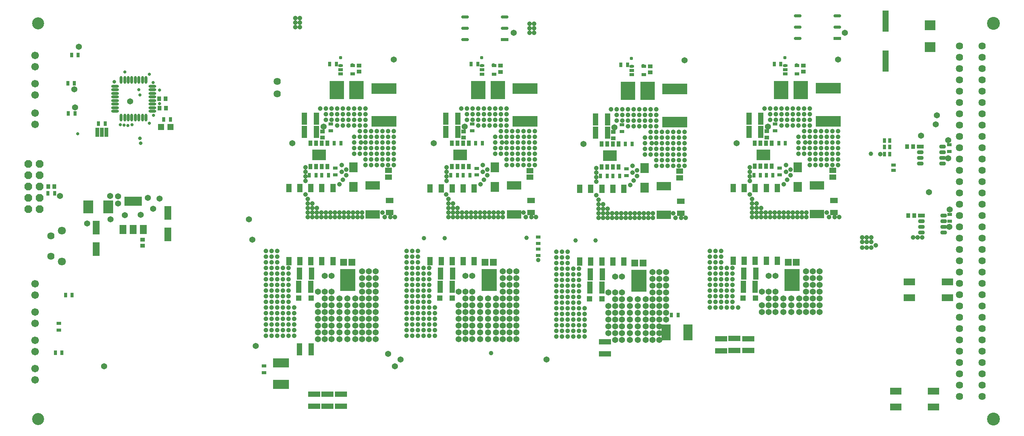
<source format=gbr>
G04 Layer_Color=8388736*
%FSLAX45Y45*%
%MOMM*%
%TF.FileFunction,Soldermask,Top*%
%TF.Part,Single*%
G01*
G75*
%TA.AperFunction,SMDPad,CuDef*%
%ADD89R,2.60160X1.60160*%
%ADD90R,2.70160X1.20160*%
%ADD91R,1.00160X0.80160*%
%ADD92R,0.80160X1.00160*%
%ADD93R,2.10160X3.60160*%
%ADD94R,1.20160X2.70160*%
%ADD95R,2.26060X2.84460*%
%ADD96R,2.36160X2.26160*%
%ADD97R,3.60160X2.10160*%
%ADD98R,1.00160X0.90160*%
%ADD99R,1.10160X0.65160*%
%ADD100O,1.10160X0.65160*%
%ADD101R,5.70160X2.40160*%
%ADD102R,1.50160X1.20160*%
%ADD103R,3.30160X1.90160*%
%ADD104R,1.49160X1.50160*%
%ADD105R,3.46160X4.96160*%
%ADD106R,3.20160X4.10160*%
%ADD107R,1.30160X1.30160*%
%ADD108R,1.27160X1.98160*%
%ADD109R,1.80160X1.20160*%
%ADD110R,1.90160X2.20160*%
%ADD111R,3.09880X2.36220*%
%ADD112R,0.86360X1.24460*%
%ADD113R,0.90160X1.00160*%
%ADD114R,1.40160X4.85160*%
%ADD115R,1.32080X1.32080*%
%ADD116R,0.81280X2.10820*%
%ADD117O,1.50160X0.90160*%
%ADD118R,1.50160X0.90160*%
%ADD119R,1.52400X3.12420*%
%ADD120R,1.60160X2.10160*%
%ADD121R,3.90160X2.10160*%
%ADD122O,1.75160X0.75160*%
%ADD123R,1.75160X0.75160*%
%ADD124O,0.65160X1.75160*%
%ADD125O,1.75160X0.65160*%
%TA.AperFunction,ComponentPad*%
%ADD126C,1.80160*%
%ADD127C,1.62560*%
%ADD128C,1.70160*%
G04:AMPARAMS|DCode=129|XSize=1.6764mm|YSize=1.6764mm|CornerRadius=0mm|HoleSize=0mm|Usage=FLASHONLY|Rotation=90.000|XOffset=0mm|YOffset=0mm|HoleType=Round|Shape=Octagon|*
%AMOCTAGOND129*
4,1,8,0.41910,0.83820,-0.41910,0.83820,-0.83820,0.41910,-0.83820,-0.41910,-0.41910,-0.83820,0.41910,-0.83820,0.83820,-0.41910,0.83820,0.41910,0.41910,0.83820,0.0*
%
%ADD129OCTAGOND129*%

%ADD130C,2.90160*%
%TA.AperFunction,ViaPad*%
%ADD131C,1.62560*%
%ADD132C,2.70160*%
%ADD133C,1.00160*%
%ADD134C,1.05160*%
%ADD135C,1.37160*%
%ADD136C,0.86360*%
%ADD137C,0.77360*%
%ADD138C,0.73660*%
%ADD139C,0.80160*%
D89*
X21811000Y1832000D02*
D03*
X22661000Y2182000D02*
D03*
Y1832000D02*
D03*
X21811000Y2182000D02*
D03*
X22121001Y4286000D02*
D03*
X22971001Y4636000D02*
D03*
Y4286000D02*
D03*
X22121001Y4636000D02*
D03*
D90*
X18502000Y3365000D02*
D03*
Y3095000D02*
D03*
X18191000Y3366000D02*
D03*
Y3096000D02*
D03*
X17889999Y3364000D02*
D03*
Y3094000D02*
D03*
X15287000Y3290000D02*
D03*
Y3020000D02*
D03*
X9357000Y2116000D02*
D03*
Y1846000D02*
D03*
X9057000Y2115000D02*
D03*
Y1845000D02*
D03*
X8760000Y2118000D02*
D03*
Y1848000D02*
D03*
D91*
X13789000Y5501000D02*
D03*
Y5651000D02*
D03*
X13790999Y5230000D02*
D03*
Y5380000D02*
D03*
X3022600Y3707200D02*
D03*
Y3557200D02*
D03*
X7636000Y2598000D02*
D03*
Y2748000D02*
D03*
X9234201Y7043401D02*
D03*
Y7193401D02*
D03*
X9131300Y8035220D02*
D03*
Y8185220D02*
D03*
X23026401Y6002001D02*
D03*
Y6152001D02*
D03*
X23012399Y7720400D02*
D03*
Y7570400D02*
D03*
X12303299Y8033220D02*
D03*
Y8183220D02*
D03*
X12406201Y7041401D02*
D03*
Y7191401D02*
D03*
X15663300Y8020220D02*
D03*
Y8170220D02*
D03*
X15766200Y7028401D02*
D03*
Y7178401D02*
D03*
X19107298Y8037220D02*
D03*
Y8187220D02*
D03*
X19210201Y7045401D02*
D03*
Y7195401D02*
D03*
X21763000Y7263000D02*
D03*
Y7143000D02*
D03*
D92*
X16928000Y3891000D02*
D03*
X16778000D02*
D03*
X3239700Y8427720D02*
D03*
X3389700D02*
D03*
X3227000Y9098280D02*
D03*
X3377000D02*
D03*
X3176200Y4343400D02*
D03*
X3326200D02*
D03*
X2947600Y3048000D02*
D03*
X3097600D02*
D03*
X2781001Y6632000D02*
D03*
X2930998D02*
D03*
X8801202Y7033946D02*
D03*
X8651199D02*
D03*
X9108401Y9531401D02*
D03*
X9258401D02*
D03*
X9360001Y7753401D02*
D03*
X9210001D02*
D03*
X9080602Y7033946D02*
D03*
X8930599D02*
D03*
X4064001Y8198000D02*
D03*
X3913999D02*
D03*
X3311997Y9734393D02*
D03*
X3462000D02*
D03*
X5530000Y8285000D02*
D03*
X5380000D02*
D03*
X12252601Y7031946D02*
D03*
X12102599D02*
D03*
X12532001Y7751401D02*
D03*
X12382001D02*
D03*
X12280400Y9529401D02*
D03*
X12430400D02*
D03*
X11973201Y7031946D02*
D03*
X11823199D02*
D03*
X15612601Y7018946D02*
D03*
X15462599D02*
D03*
X15892001Y7738401D02*
D03*
X15742001D02*
D03*
X15640401Y9516401D02*
D03*
X15790401D02*
D03*
X15333202Y7018946D02*
D03*
X15183199D02*
D03*
X19056601Y7035946D02*
D03*
X18906599D02*
D03*
X19336002Y7755401D02*
D03*
X19186002D02*
D03*
X19084399Y9533401D02*
D03*
X19234399D02*
D03*
X18777200Y7035946D02*
D03*
X18627199D02*
D03*
X21677000Y7668000D02*
D03*
X21557001D02*
D03*
X21682001Y7507000D02*
D03*
X21562000D02*
D03*
X21677000Y7814000D02*
D03*
X21557001D02*
D03*
D93*
X16657001Y3507000D02*
D03*
X17147000D02*
D03*
D94*
X8810400Y8305800D02*
D03*
X8540400D02*
D03*
X8694000Y3128000D02*
D03*
X8424000D02*
D03*
X8683401Y4527601D02*
D03*
X8413399D02*
D03*
X8694800Y4826000D02*
D03*
X8424798D02*
D03*
X8540399Y8007401D02*
D03*
X8810401D02*
D03*
X11712399Y8005401D02*
D03*
X11982401D02*
D03*
X11866800Y4824000D02*
D03*
X11596798D02*
D03*
X11855401Y4525601D02*
D03*
X11585399D02*
D03*
X11982400Y8303800D02*
D03*
X11712400D02*
D03*
X15072398Y7992401D02*
D03*
X15342401D02*
D03*
X15226801Y4811000D02*
D03*
X14956798D02*
D03*
X15215401Y4512601D02*
D03*
X14945399D02*
D03*
X15342400Y8290800D02*
D03*
X15072400D02*
D03*
X18516399Y8009401D02*
D03*
X18786401D02*
D03*
X18670799Y4828000D02*
D03*
X18400798D02*
D03*
X18659401Y4529601D02*
D03*
X18389400D02*
D03*
X18786400Y8307800D02*
D03*
X18516400D02*
D03*
D95*
X3690600Y6324600D02*
D03*
X4132600D02*
D03*
D96*
X22581000Y10405000D02*
D03*
Y9915000D02*
D03*
D97*
X8012000Y2333000D02*
D03*
Y2823000D02*
D03*
D98*
X9767601Y9359801D02*
D03*
Y9499801D02*
D03*
X8940800Y7880200D02*
D03*
Y8020200D02*
D03*
X4909000Y5449000D02*
D03*
Y5589000D02*
D03*
X12112799Y7878200D02*
D03*
Y8018200D02*
D03*
X12939601Y9357801D02*
D03*
Y9497801D02*
D03*
X15472800Y7865200D02*
D03*
Y8005200D02*
D03*
X16299602Y9344801D02*
D03*
Y9484801D02*
D03*
X18916798Y7882200D02*
D03*
Y8022200D02*
D03*
X19743600Y9361801D02*
D03*
Y9501801D02*
D03*
D99*
X9623201Y9309400D02*
D03*
Y9499402D02*
D03*
X9353199Y9309400D02*
D03*
Y9404401D02*
D03*
X12795201Y9307400D02*
D03*
Y9497402D02*
D03*
X12525199Y9307400D02*
D03*
Y9402401D02*
D03*
X16155202Y9294399D02*
D03*
Y9484402D02*
D03*
X15885199Y9294399D02*
D03*
Y9389401D02*
D03*
X19599200Y9311400D02*
D03*
Y9501402D02*
D03*
X19329199Y9311400D02*
D03*
Y9406401D02*
D03*
D100*
X9353199Y9499402D02*
D03*
X12525199Y9497402D02*
D03*
X15885199Y9484402D02*
D03*
X19329199Y9501402D02*
D03*
D101*
X10321802Y8987001D02*
D03*
Y8247001D02*
D03*
X13493800Y8985001D02*
D03*
Y8245001D02*
D03*
X16853801Y8972001D02*
D03*
Y8232001D02*
D03*
X20297801Y8989001D02*
D03*
Y8249001D02*
D03*
D102*
X10428000Y7142602D02*
D03*
Y6992600D02*
D03*
X13600000Y7140602D02*
D03*
Y6990600D02*
D03*
X16960001Y7127602D02*
D03*
Y6977599D02*
D03*
X20403999Y7144602D02*
D03*
Y6994600D02*
D03*
D103*
X10072400Y6158403D02*
D03*
Y6808399D02*
D03*
X13244400Y6156403D02*
D03*
Y6806399D02*
D03*
X16604401Y6143402D02*
D03*
Y6793399D02*
D03*
X20048399Y6160403D02*
D03*
Y6810399D02*
D03*
D104*
X9421602Y5078202D02*
D03*
X9605599D02*
D03*
X12593601Y5076202D02*
D03*
X12777599D02*
D03*
X15953603Y5063201D02*
D03*
X16137599D02*
D03*
X19397601Y5080202D02*
D03*
X19581599D02*
D03*
D105*
X9513600Y4680001D02*
D03*
X12685600Y4678001D02*
D03*
X16045599Y4665001D02*
D03*
X19489600Y4682001D02*
D03*
D106*
X9268201Y8947201D02*
D03*
X9708200D02*
D03*
X12440201Y8945201D02*
D03*
X12880200D02*
D03*
X15800201Y8932201D02*
D03*
X16240199D02*
D03*
X19244202Y8949201D02*
D03*
X19684200D02*
D03*
D107*
X8408401Y4273601D02*
D03*
X8688400D02*
D03*
X11580401Y4271601D02*
D03*
X11860400D02*
D03*
X14940401Y4258601D02*
D03*
X15220399D02*
D03*
X18384399Y4275601D02*
D03*
X18664400D02*
D03*
D108*
X9179403Y5107803D02*
D03*
X8931402D02*
D03*
X8683401D02*
D03*
X8435401D02*
D03*
X8187400D02*
D03*
X9179403Y6743802D02*
D03*
X8931402D02*
D03*
X8683401D02*
D03*
X8435401D02*
D03*
X8187400D02*
D03*
X12351402Y5105803D02*
D03*
X12103402D02*
D03*
X11855401D02*
D03*
X11607401D02*
D03*
X11359400D02*
D03*
X12351402Y6741802D02*
D03*
X12103402D02*
D03*
X11855401D02*
D03*
X11607401D02*
D03*
X11359400D02*
D03*
X15711401Y5092803D02*
D03*
X15463402D02*
D03*
X15215401D02*
D03*
X14967401D02*
D03*
X14719400D02*
D03*
X15711401Y6728801D02*
D03*
X15463402D02*
D03*
X15215401D02*
D03*
X14967401D02*
D03*
X14719400D02*
D03*
X19155402Y5109803D02*
D03*
X18907402D02*
D03*
X18659401D02*
D03*
X18411401D02*
D03*
X18163400D02*
D03*
X19155402Y6745802D02*
D03*
X18907402D02*
D03*
X18659401D02*
D03*
X18411401D02*
D03*
X18163400D02*
D03*
D109*
X10453400Y6466002D02*
D03*
Y6196000D02*
D03*
X13625400Y6464002D02*
D03*
Y6194000D02*
D03*
X16985400Y6451002D02*
D03*
Y6181000D02*
D03*
X20429401Y6468002D02*
D03*
Y6198000D02*
D03*
D110*
X9640600Y6771401D02*
D03*
Y7211400D02*
D03*
X12812601Y6769401D02*
D03*
Y7209400D02*
D03*
X16172600Y6756401D02*
D03*
Y7196400D02*
D03*
X19616600Y6773401D02*
D03*
Y7213400D02*
D03*
D111*
X8865900Y7493051D02*
D03*
X12037900Y7491051D02*
D03*
X15397900Y7478051D02*
D03*
X18841901Y7495051D02*
D03*
D112*
X8675400Y7232701D02*
D03*
X8802400D02*
D03*
X8929400D02*
D03*
X9056400D02*
D03*
X8675400Y7753401D02*
D03*
X8802400D02*
D03*
X8929400D02*
D03*
X9056400D02*
D03*
X11847400Y7230701D02*
D03*
X11974400D02*
D03*
X12101400D02*
D03*
X12228400D02*
D03*
X11847400Y7751401D02*
D03*
X11974400D02*
D03*
X12101400D02*
D03*
X12228400D02*
D03*
X15207401Y7217701D02*
D03*
X15334399D02*
D03*
X15461400D02*
D03*
X15588400D02*
D03*
X15207401Y7738401D02*
D03*
X15334399D02*
D03*
X15461400D02*
D03*
X15588400D02*
D03*
X18651401Y7234701D02*
D03*
X18778400D02*
D03*
X18905400D02*
D03*
X19032401D02*
D03*
X18651401Y7755401D02*
D03*
X18778400D02*
D03*
X18905400D02*
D03*
X19032401D02*
D03*
D113*
X2926000Y6785002D02*
D03*
X2786000D02*
D03*
X5280003Y8752000D02*
D03*
X5420002D02*
D03*
X5427000Y8545000D02*
D03*
X5287000D02*
D03*
X22065448Y7674916D02*
D03*
X22205447D02*
D03*
X22092801Y6127801D02*
D03*
X22232800D02*
D03*
D114*
X21582001Y9604500D02*
D03*
Y10499500D02*
D03*
D115*
X5321318Y8123005D02*
D03*
X5532996D02*
D03*
D116*
X3887400Y8000000D02*
D03*
X3989000D02*
D03*
X4089000D02*
D03*
D117*
X22891399Y5746801D02*
D03*
Y5873801D02*
D03*
Y6000801D02*
D03*
Y6127801D02*
D03*
X22391400Y5746801D02*
D03*
Y5873801D02*
D03*
Y6000801D02*
D03*
X22864047Y7293916D02*
D03*
Y7420916D02*
D03*
Y7547916D02*
D03*
Y7674916D02*
D03*
X22364047Y7293916D02*
D03*
Y7420916D02*
D03*
Y7547916D02*
D03*
D118*
X22391400Y6127801D02*
D03*
X22364047Y7674916D02*
D03*
D119*
X3860800Y5373400D02*
D03*
Y5854700D02*
D03*
X5472000Y5704000D02*
D03*
Y6185300D02*
D03*
D120*
X4462000Y5820000D02*
D03*
X4692000D02*
D03*
X4922000D02*
D03*
D121*
X4692000Y6450000D02*
D03*
D122*
X12147820Y10589260D02*
D03*
Y10335260D02*
D03*
Y10081260D02*
D03*
X13037820Y10589260D02*
D03*
Y10335260D02*
D03*
X19615421Y10619740D02*
D03*
Y10365740D02*
D03*
Y10111740D02*
D03*
X20505420Y10619740D02*
D03*
Y10365740D02*
D03*
D123*
X13037820Y10081260D02*
D03*
X20505420Y10111740D02*
D03*
D124*
X4424000Y9174000D02*
D03*
X4504000D02*
D03*
X4584000D02*
D03*
X4664000D02*
D03*
X4744000D02*
D03*
X4824000D02*
D03*
X4904000D02*
D03*
X4984000D02*
D03*
Y8334000D02*
D03*
X4904000D02*
D03*
X4824000D02*
D03*
X4744000D02*
D03*
X4664000D02*
D03*
X4584000D02*
D03*
X4504000D02*
D03*
X4424000D02*
D03*
D125*
X5124000Y9034000D02*
D03*
Y8954000D02*
D03*
Y8874000D02*
D03*
Y8794000D02*
D03*
Y8714000D02*
D03*
Y8634000D02*
D03*
Y8554000D02*
D03*
Y8474000D02*
D03*
X4284000D02*
D03*
Y8554000D02*
D03*
Y8634000D02*
D03*
Y8714000D02*
D03*
Y8794000D02*
D03*
Y8874000D02*
D03*
Y8954000D02*
D03*
Y9034000D02*
D03*
D126*
X3096300Y5794100D02*
D03*
Y5093100D02*
D03*
D127*
X2847300Y5218600D02*
D03*
Y5668600D02*
D03*
X23749001Y9937000D02*
D03*
Y9683000D02*
D03*
Y9429000D02*
D03*
Y9175000D02*
D03*
Y8921000D02*
D03*
Y8667000D02*
D03*
Y8413000D02*
D03*
Y8159000D02*
D03*
Y7905000D02*
D03*
Y7651000D02*
D03*
Y7397000D02*
D03*
Y7143000D02*
D03*
Y6889000D02*
D03*
Y6635000D02*
D03*
Y6381000D02*
D03*
Y6127000D02*
D03*
Y5873000D02*
D03*
Y5619000D02*
D03*
Y5365000D02*
D03*
Y5111000D02*
D03*
Y4857000D02*
D03*
Y4603000D02*
D03*
Y4349000D02*
D03*
Y4095000D02*
D03*
Y3841000D02*
D03*
Y3587000D02*
D03*
Y3333000D02*
D03*
Y3079000D02*
D03*
Y2825000D02*
D03*
Y2571000D02*
D03*
Y2317000D02*
D03*
Y2063000D02*
D03*
X23241000Y9937000D02*
D03*
Y9683000D02*
D03*
Y9429000D02*
D03*
Y9175000D02*
D03*
Y8921000D02*
D03*
Y8667000D02*
D03*
Y8413000D02*
D03*
Y8159000D02*
D03*
Y7905000D02*
D03*
Y7651000D02*
D03*
Y7397000D02*
D03*
Y7143000D02*
D03*
Y6889000D02*
D03*
Y6635000D02*
D03*
Y6381000D02*
D03*
Y6127000D02*
D03*
Y5873000D02*
D03*
Y5619000D02*
D03*
Y5365000D02*
D03*
Y5111000D02*
D03*
Y4857000D02*
D03*
Y4603000D02*
D03*
Y4349000D02*
D03*
Y4095000D02*
D03*
Y3841000D02*
D03*
Y3587000D02*
D03*
Y3333000D02*
D03*
Y3079000D02*
D03*
Y2825000D02*
D03*
Y2571000D02*
D03*
Y2317000D02*
D03*
Y2063000D02*
D03*
D128*
X2492400Y9474200D02*
D03*
Y9728200D02*
D03*
Y8432800D02*
D03*
Y8178800D02*
D03*
Y9093200D02*
D03*
Y8839200D02*
D03*
Y4597400D02*
D03*
Y4343400D02*
D03*
Y3962400D02*
D03*
Y3708400D02*
D03*
Y3327400D02*
D03*
Y3073400D02*
D03*
Y2692400D02*
D03*
Y2438400D02*
D03*
D129*
X2336801Y7289800D02*
D03*
X2590801D02*
D03*
Y7035800D02*
D03*
X2336801D02*
D03*
Y6781800D02*
D03*
X2590801D02*
D03*
X2336801Y6527800D02*
D03*
X2590801D02*
D03*
X2336801Y6273800D02*
D03*
X2590801D02*
D03*
D130*
X24003000Y10445000D02*
D03*
Y1555000D02*
D03*
D131*
X7924800Y8864600D02*
D03*
Y9144000D02*
D03*
D132*
X2557000Y10444400D02*
D03*
Y1554900D02*
D03*
D133*
X11222000Y5624000D02*
D03*
X11684000Y5620000D02*
D03*
X13789999Y5134000D02*
D03*
X14622000Y5573000D02*
D03*
X15077000Y5569000D02*
D03*
X12728000Y3037000D02*
D03*
X13528000Y5626000D02*
D03*
X21255000Y7515000D02*
D03*
D134*
X8331200Y10566400D02*
D03*
Y10464800D02*
D03*
Y10363200D02*
D03*
X8432800D02*
D03*
Y10464800D02*
D03*
Y10566400D02*
D03*
X13690601Y10236200D02*
D03*
Y10337800D02*
D03*
Y10439400D02*
D03*
X13589000Y10337800D02*
D03*
Y10439400D02*
D03*
Y10236200D02*
D03*
X22199600Y5638800D02*
D03*
X22301199D02*
D03*
X22402800D02*
D03*
X21361400Y5461000D02*
D03*
X21259801Y5638800D02*
D03*
Y5537200D02*
D03*
Y5410200D02*
D03*
X21158200D02*
D03*
Y5537200D02*
D03*
Y5638800D02*
D03*
X21056599Y5410200D02*
D03*
Y5537200D02*
D03*
Y5638800D02*
D03*
X9321800Y6832600D02*
D03*
X9398000Y6934200D02*
D03*
X9474200Y7035800D02*
D03*
Y7162800D02*
D03*
X9372600Y7264400D02*
D03*
Y7112000D02*
D03*
X8051800Y3429000D02*
D03*
Y3556000D02*
D03*
Y3683000D02*
D03*
Y3810000D02*
D03*
Y3937000D02*
D03*
Y4064000D02*
D03*
X8178800D02*
D03*
Y3937000D02*
D03*
Y3810000D02*
D03*
Y3683000D02*
D03*
Y3556000D02*
D03*
Y3429000D02*
D03*
X8305800Y4064000D02*
D03*
Y3937000D02*
D03*
Y3810000D02*
D03*
Y3683000D02*
D03*
Y3556000D02*
D03*
Y3429000D02*
D03*
X8178800Y4191000D02*
D03*
Y4318000D02*
D03*
Y4445000D02*
D03*
Y4572000D02*
D03*
Y4699000D02*
D03*
Y4826000D02*
D03*
Y4953000D02*
D03*
X8051800Y4191000D02*
D03*
Y4318000D02*
D03*
Y4445000D02*
D03*
Y4572000D02*
D03*
Y4699000D02*
D03*
Y4826000D02*
D03*
Y4953000D02*
D03*
X7924800Y3429000D02*
D03*
Y3556000D02*
D03*
Y3683000D02*
D03*
Y3810000D02*
D03*
Y3937000D02*
D03*
Y4064000D02*
D03*
Y4191000D02*
D03*
X7797800Y3429000D02*
D03*
Y3556000D02*
D03*
Y3683000D02*
D03*
Y3810000D02*
D03*
Y3937000D02*
D03*
Y4064000D02*
D03*
Y4191000D02*
D03*
X7670800D02*
D03*
Y4064000D02*
D03*
Y3937000D02*
D03*
Y3810000D02*
D03*
Y3683000D02*
D03*
Y3556000D02*
D03*
Y3429000D02*
D03*
X7924800Y5334000D02*
D03*
Y5207000D02*
D03*
Y5080000D02*
D03*
Y4953000D02*
D03*
Y4826000D02*
D03*
Y4699000D02*
D03*
Y4572000D02*
D03*
Y4445000D02*
D03*
Y4318000D02*
D03*
X7797800Y5334000D02*
D03*
Y5207000D02*
D03*
Y5080000D02*
D03*
Y4953000D02*
D03*
Y4826000D02*
D03*
Y4699000D02*
D03*
Y4572000D02*
D03*
Y4445000D02*
D03*
Y4318000D02*
D03*
X7670800D02*
D03*
Y4445000D02*
D03*
Y4572000D02*
D03*
Y4699000D02*
D03*
Y4826000D02*
D03*
Y4953000D02*
D03*
Y5080000D02*
D03*
Y5207000D02*
D03*
Y5334000D02*
D03*
X9525000Y8534400D02*
D03*
Y8280400D02*
D03*
Y8153400D02*
D03*
Y8407400D02*
D03*
X10541000Y7264400D02*
D03*
X10414000D02*
D03*
X10287000D02*
D03*
X10160000D02*
D03*
X10033000D02*
D03*
X9906000D02*
D03*
Y7391400D02*
D03*
X10033000D02*
D03*
X10160000D02*
D03*
X10287000D02*
D03*
X10414000D02*
D03*
X10541000D02*
D03*
X9398000Y8534400D02*
D03*
X9906000Y7645400D02*
D03*
X10033000D02*
D03*
X10160000D02*
D03*
X10287000D02*
D03*
X10414000D02*
D03*
X10541000D02*
D03*
Y7518400D02*
D03*
X10414000D02*
D03*
X10287000D02*
D03*
X10160000D02*
D03*
X10033000D02*
D03*
X9906000D02*
D03*
X9779000D02*
D03*
Y7645400D02*
D03*
X9804400Y7772400D02*
D03*
X9906000D02*
D03*
X10033000D02*
D03*
X10160000D02*
D03*
X10287000D02*
D03*
X10414000D02*
D03*
X10541000D02*
D03*
X10414000Y7899400D02*
D03*
X10289540Y7896860D02*
D03*
X10160000Y7899400D02*
D03*
X10033000D02*
D03*
X9906000D02*
D03*
X9779000D02*
D03*
X9652000Y7518400D02*
D03*
Y7645400D02*
D03*
Y7772400D02*
D03*
Y7899400D02*
D03*
X10541000D02*
D03*
Y8026400D02*
D03*
X10414000D02*
D03*
X10287000D02*
D03*
X10160000D02*
D03*
X10033000D02*
D03*
X9906000D02*
D03*
X9779000D02*
D03*
X9906000Y8153400D02*
D03*
X9779000D02*
D03*
X9652000D02*
D03*
X9906000Y8280400D02*
D03*
X9779000D02*
D03*
X9652000D02*
D03*
Y8407400D02*
D03*
X9779000D02*
D03*
X9906000D02*
D03*
X9652000Y8534400D02*
D03*
X9779000D02*
D03*
X9906000D02*
D03*
X10464800Y6096000D02*
D03*
X10287000Y6197600D02*
D03*
X8559800Y7213600D02*
D03*
Y7112000D02*
D03*
Y7010400D02*
D03*
Y6908800D02*
D03*
Y6604000D02*
D03*
X8610600Y6502400D02*
D03*
Y6400800D02*
D03*
Y6299200D02*
D03*
X8712200D02*
D03*
Y6400800D02*
D03*
X8813800Y6299200D02*
D03*
X8610600Y6197600D02*
D03*
Y6096000D02*
D03*
X8712200D02*
D03*
Y6197600D02*
D03*
X8813800D02*
D03*
Y6096000D02*
D03*
X8915400Y6197600D02*
D03*
Y6096000D02*
D03*
X9017000D02*
D03*
Y6197600D02*
D03*
X9118600D02*
D03*
Y6096000D02*
D03*
X9220200D02*
D03*
Y6197600D02*
D03*
X9321800D02*
D03*
Y6096000D02*
D03*
X9423400D02*
D03*
Y6197600D02*
D03*
X9525000D02*
D03*
Y6096000D02*
D03*
X9626600Y6197600D02*
D03*
Y6096000D02*
D03*
X9728200D02*
D03*
Y6197600D02*
D03*
X9829800D02*
D03*
Y6096000D02*
D03*
X10337800D02*
D03*
X10566400D02*
D03*
X9271000Y8534400D02*
D03*
X9144000D02*
D03*
X9017000D02*
D03*
X8890000D02*
D03*
X9398000Y8407400D02*
D03*
X9271000D02*
D03*
X9144000D02*
D03*
X9017000D02*
D03*
X9398000Y8280400D02*
D03*
Y8153400D02*
D03*
X9271000Y8280400D02*
D03*
X9144000D02*
D03*
X9017000D02*
D03*
X9271000Y8153400D02*
D03*
X21467999Y7512000D02*
D03*
X12443000Y8151400D02*
D03*
X12189000Y8278400D02*
D03*
X12316000D02*
D03*
X12443000D02*
D03*
X12570000Y8151400D02*
D03*
Y8278400D02*
D03*
X12189000Y8405400D02*
D03*
X12316000D02*
D03*
X12443000D02*
D03*
X12570000D02*
D03*
X12062000Y8532400D02*
D03*
X12189000D02*
D03*
X12316000D02*
D03*
X12443000D02*
D03*
X13738400Y6094000D02*
D03*
X13509801D02*
D03*
X11731800Y6906800D02*
D03*
Y7008400D02*
D03*
Y7110000D02*
D03*
Y7211600D02*
D03*
X13459000Y6195600D02*
D03*
X13636800Y6094000D02*
D03*
X13078000Y8532400D02*
D03*
X12950999D02*
D03*
X12824001D02*
D03*
X13078000Y8405400D02*
D03*
X12950999D02*
D03*
X12824001D02*
D03*
Y8278400D02*
D03*
X12950999D02*
D03*
X13078000D02*
D03*
X12824001Y8151400D02*
D03*
X12950999D02*
D03*
X13078000D02*
D03*
X12950999Y8024400D02*
D03*
X13078000D02*
D03*
X13205000D02*
D03*
X13332001D02*
D03*
X13459000D02*
D03*
X13586000D02*
D03*
X13713000D02*
D03*
Y7897400D02*
D03*
X12824001D02*
D03*
Y7770400D02*
D03*
Y7643400D02*
D03*
Y7516400D02*
D03*
X12950999Y7897400D02*
D03*
X13078000D02*
D03*
X13205000D02*
D03*
X13332001D02*
D03*
X13461540Y7894860D02*
D03*
X13586000Y7897400D02*
D03*
X13713000Y7770400D02*
D03*
X13586000D02*
D03*
X13459000D02*
D03*
X13332001D02*
D03*
X13205000D02*
D03*
X13078000D02*
D03*
X12976401D02*
D03*
X12950999Y7643400D02*
D03*
Y7516400D02*
D03*
X13078000D02*
D03*
X13205000D02*
D03*
X13332001D02*
D03*
X13459000D02*
D03*
X13586000D02*
D03*
X13713000D02*
D03*
Y7643400D02*
D03*
X13586000D02*
D03*
X13459000D02*
D03*
X13332001D02*
D03*
X13205000D02*
D03*
X13078000D02*
D03*
X12570000Y8532400D02*
D03*
X13713000Y7389400D02*
D03*
X13586000D02*
D03*
X13459000D02*
D03*
X13332001D02*
D03*
X13205000D02*
D03*
X13078000D02*
D03*
Y7262400D02*
D03*
X13205000D02*
D03*
X13332001D02*
D03*
X13459000D02*
D03*
X13586000D02*
D03*
X13713000D02*
D03*
X12697000Y8405400D02*
D03*
Y8151400D02*
D03*
Y8278400D02*
D03*
Y8532400D02*
D03*
X12544600Y7110000D02*
D03*
Y7262400D02*
D03*
X12646200Y7160800D02*
D03*
Y7033800D02*
D03*
X12570000Y6932200D02*
D03*
X12493800Y6830600D02*
D03*
X15803000Y8138400D02*
D03*
X15549001Y8265400D02*
D03*
X15675999D02*
D03*
X15803000D02*
D03*
X15930000Y8138400D02*
D03*
Y8265400D02*
D03*
X15549001Y8392400D02*
D03*
X15675999D02*
D03*
X15803000D02*
D03*
X15930000D02*
D03*
X15422000Y8519400D02*
D03*
X15549001D02*
D03*
X15675999D02*
D03*
X15803000D02*
D03*
X17098399Y6081000D02*
D03*
X16869800D02*
D03*
X16361800D02*
D03*
Y6182600D02*
D03*
X16260201D02*
D03*
Y6081000D02*
D03*
X16158600D02*
D03*
Y6182600D02*
D03*
X16057001Y6081000D02*
D03*
Y6182600D02*
D03*
X15955400D02*
D03*
Y6081000D02*
D03*
X15853799D02*
D03*
Y6182600D02*
D03*
X15752200D02*
D03*
Y6081000D02*
D03*
X15650600D02*
D03*
Y6182600D02*
D03*
X15549001D02*
D03*
Y6081000D02*
D03*
X15447400D02*
D03*
Y6182600D02*
D03*
X15345799Y6081000D02*
D03*
Y6182600D02*
D03*
X15244200D02*
D03*
Y6081000D02*
D03*
X15142599D02*
D03*
Y6182600D02*
D03*
X15345799Y6284200D02*
D03*
X15244200Y6385800D02*
D03*
Y6284200D02*
D03*
X15142599D02*
D03*
Y6385800D02*
D03*
Y6487400D02*
D03*
X15091800Y6589000D02*
D03*
Y6893800D02*
D03*
Y6995400D02*
D03*
Y7097000D02*
D03*
Y7198600D02*
D03*
X16819000Y6182600D02*
D03*
X16996800Y6081000D02*
D03*
X16438000Y8519400D02*
D03*
X16311000D02*
D03*
X16184000D02*
D03*
X16438000Y8392400D02*
D03*
X16311000D02*
D03*
X16184000D02*
D03*
Y8265400D02*
D03*
X16311000D02*
D03*
X16438000D02*
D03*
X16184000Y8138400D02*
D03*
X16311000D02*
D03*
X16438000D02*
D03*
X16311000Y8011400D02*
D03*
X16438000D02*
D03*
X16564999D02*
D03*
X16692000D02*
D03*
X16819000D02*
D03*
X16946001D02*
D03*
X17073000D02*
D03*
Y7884400D02*
D03*
X16184000D02*
D03*
Y7757400D02*
D03*
Y7630400D02*
D03*
Y7503400D02*
D03*
X16311000Y7884400D02*
D03*
X16438000D02*
D03*
X16564999D02*
D03*
X16692000D02*
D03*
X16821539Y7881860D02*
D03*
X16946001Y7884400D02*
D03*
X17073000Y7757400D02*
D03*
X16946001D02*
D03*
X16819000D02*
D03*
X16692000D02*
D03*
X16564999D02*
D03*
X16438000D02*
D03*
X16336400D02*
D03*
X16311000Y7630400D02*
D03*
Y7503400D02*
D03*
X16438000D02*
D03*
X16564999D02*
D03*
X16692000D02*
D03*
X16819000D02*
D03*
X16946001D02*
D03*
X17073000D02*
D03*
Y7630400D02*
D03*
X16946001D02*
D03*
X16819000D02*
D03*
X16692000D02*
D03*
X16564999D02*
D03*
X16438000D02*
D03*
X15930000Y8519400D02*
D03*
X17073000Y7376400D02*
D03*
X16946001D02*
D03*
X16819000D02*
D03*
X16692000D02*
D03*
X16564999D02*
D03*
X16438000D02*
D03*
Y7249400D02*
D03*
X16564999D02*
D03*
X16692000D02*
D03*
X16819000D02*
D03*
X16946001D02*
D03*
X17073000D02*
D03*
X16057001Y8392400D02*
D03*
Y8138400D02*
D03*
Y8265400D02*
D03*
Y8519400D02*
D03*
X15904601Y7097000D02*
D03*
Y7249400D02*
D03*
X16006200Y7147800D02*
D03*
Y7020800D02*
D03*
X15930000Y6919200D02*
D03*
X15853799Y6817600D02*
D03*
X19247000Y8155400D02*
D03*
X18992999Y8282400D02*
D03*
X19120000D02*
D03*
X19247000D02*
D03*
X19374001Y8155400D02*
D03*
Y8282400D02*
D03*
X18992999Y8409400D02*
D03*
X19120000D02*
D03*
X19247000D02*
D03*
X19374001D02*
D03*
X18866000Y8536400D02*
D03*
X18992999D02*
D03*
X19120000D02*
D03*
X19247000D02*
D03*
X20542400Y6098000D02*
D03*
X20313800D02*
D03*
X19805800D02*
D03*
Y6199600D02*
D03*
X19704201D02*
D03*
Y6098000D02*
D03*
X19602600D02*
D03*
Y6199600D02*
D03*
X19500999Y6098000D02*
D03*
Y6199600D02*
D03*
X19399400D02*
D03*
Y6098000D02*
D03*
X19297800D02*
D03*
Y6199600D02*
D03*
X19196201D02*
D03*
Y6098000D02*
D03*
X19094600D02*
D03*
Y6199600D02*
D03*
X18992999D02*
D03*
Y6098000D02*
D03*
X18891400D02*
D03*
Y6199600D02*
D03*
X18789799Y6098000D02*
D03*
Y6199600D02*
D03*
X18688200D02*
D03*
Y6098000D02*
D03*
X18586600D02*
D03*
Y6199600D02*
D03*
X18789799Y6301200D02*
D03*
X18688200Y6402800D02*
D03*
Y6301200D02*
D03*
X18586600D02*
D03*
Y6402800D02*
D03*
Y6504400D02*
D03*
X18535800Y6606000D02*
D03*
Y6910800D02*
D03*
Y7012400D02*
D03*
Y7114000D02*
D03*
Y7215600D02*
D03*
X20263000Y6199600D02*
D03*
X20440800Y6098000D02*
D03*
X19882001Y8536400D02*
D03*
X19755000D02*
D03*
X19628000D02*
D03*
X19882001Y8409400D02*
D03*
X19755000D02*
D03*
X19628000D02*
D03*
Y8282400D02*
D03*
X19755000D02*
D03*
X19882001D02*
D03*
X19628000Y8155400D02*
D03*
X19755000D02*
D03*
X19882001D02*
D03*
X19755000Y8028400D02*
D03*
X19882001D02*
D03*
X20009000D02*
D03*
X20136000D02*
D03*
X20263000D02*
D03*
X20389999D02*
D03*
X20517000D02*
D03*
Y7901400D02*
D03*
X19628000D02*
D03*
Y7774400D02*
D03*
Y7647400D02*
D03*
Y7520400D02*
D03*
X19755000Y7901400D02*
D03*
X19882001D02*
D03*
X20009000D02*
D03*
X20136000D02*
D03*
X20265540Y7898860D02*
D03*
X20389999Y7901400D02*
D03*
X20517000Y7774400D02*
D03*
X20389999D02*
D03*
X20263000D02*
D03*
X20136000D02*
D03*
X20009000D02*
D03*
X19882001D02*
D03*
X19780400D02*
D03*
X19755000Y7647400D02*
D03*
Y7520400D02*
D03*
X19882001D02*
D03*
X20009000D02*
D03*
X20136000D02*
D03*
X20263000D02*
D03*
X20389999D02*
D03*
X20517000D02*
D03*
Y7647400D02*
D03*
X20389999D02*
D03*
X20263000D02*
D03*
X20136000D02*
D03*
X20009000D02*
D03*
X19882001D02*
D03*
X19374001Y8536400D02*
D03*
X20517000Y7393400D02*
D03*
X20389999D02*
D03*
X20263000D02*
D03*
X20136000D02*
D03*
X20009000D02*
D03*
X19882001D02*
D03*
Y7266400D02*
D03*
X20009000D02*
D03*
X20136000D02*
D03*
X20263000D02*
D03*
X20389999D02*
D03*
X20517000D02*
D03*
X19500999Y8409400D02*
D03*
Y8155400D02*
D03*
Y8282400D02*
D03*
Y8536400D02*
D03*
X19348599Y7114000D02*
D03*
Y7266400D02*
D03*
X19450200Y7164800D02*
D03*
Y7037800D02*
D03*
X19374001Y6936200D02*
D03*
X19297800Y6834600D02*
D03*
X12995799Y6093000D02*
D03*
Y6194600D02*
D03*
X12894200D02*
D03*
Y6093000D02*
D03*
X12792600D02*
D03*
Y6194600D02*
D03*
X12691000Y6093000D02*
D03*
Y6194600D02*
D03*
X12589400D02*
D03*
Y6093000D02*
D03*
X12487800D02*
D03*
Y6194600D02*
D03*
X12386200D02*
D03*
Y6093000D02*
D03*
X12284600D02*
D03*
Y6194600D02*
D03*
X12183000D02*
D03*
Y6093000D02*
D03*
X12081400D02*
D03*
Y6194600D02*
D03*
X11979800Y6093000D02*
D03*
Y6194600D02*
D03*
X11878200D02*
D03*
Y6093000D02*
D03*
X11776600D02*
D03*
Y6194600D02*
D03*
X11979800Y6296200D02*
D03*
X11878200Y6397800D02*
D03*
Y6296200D02*
D03*
X11776600D02*
D03*
Y6397800D02*
D03*
Y6499400D02*
D03*
X11725800Y6601000D02*
D03*
X10835800Y5334000D02*
D03*
Y5207000D02*
D03*
Y5080000D02*
D03*
Y4953000D02*
D03*
Y4826000D02*
D03*
Y4699000D02*
D03*
Y4572000D02*
D03*
Y4445000D02*
D03*
Y4318000D02*
D03*
X10962800D02*
D03*
Y4445000D02*
D03*
Y4572000D02*
D03*
Y4699000D02*
D03*
Y4826000D02*
D03*
Y4953000D02*
D03*
Y5080000D02*
D03*
Y5207000D02*
D03*
Y5334000D02*
D03*
X11089800Y4318000D02*
D03*
Y4445000D02*
D03*
Y4572000D02*
D03*
Y4699000D02*
D03*
Y4826000D02*
D03*
Y4953000D02*
D03*
Y5080000D02*
D03*
Y5207000D02*
D03*
Y5334000D02*
D03*
X10835800Y3429000D02*
D03*
Y3556000D02*
D03*
Y3683000D02*
D03*
Y3810000D02*
D03*
Y3937000D02*
D03*
Y4064000D02*
D03*
Y4191000D02*
D03*
X10962800D02*
D03*
Y4064000D02*
D03*
Y3937000D02*
D03*
Y3810000D02*
D03*
Y3683000D02*
D03*
Y3556000D02*
D03*
Y3429000D02*
D03*
X11089800Y4191000D02*
D03*
Y4064000D02*
D03*
Y3937000D02*
D03*
Y3810000D02*
D03*
Y3683000D02*
D03*
Y3556000D02*
D03*
Y3429000D02*
D03*
X11216800Y4953000D02*
D03*
Y4826000D02*
D03*
Y4699000D02*
D03*
Y4572000D02*
D03*
Y4445000D02*
D03*
Y4318000D02*
D03*
Y4191000D02*
D03*
X11343800Y4953000D02*
D03*
Y4826000D02*
D03*
Y4699000D02*
D03*
Y4572000D02*
D03*
Y4445000D02*
D03*
Y4318000D02*
D03*
Y4191000D02*
D03*
X11470800Y3429000D02*
D03*
Y3556000D02*
D03*
Y3683000D02*
D03*
Y3810000D02*
D03*
Y3937000D02*
D03*
Y4064000D02*
D03*
X11343800Y3429000D02*
D03*
Y3556000D02*
D03*
Y3683000D02*
D03*
Y3810000D02*
D03*
Y3937000D02*
D03*
Y4064000D02*
D03*
X11216800D02*
D03*
Y3937000D02*
D03*
Y3810000D02*
D03*
Y3683000D02*
D03*
Y3556000D02*
D03*
Y3429000D02*
D03*
X14197800Y5314000D02*
D03*
Y5187000D02*
D03*
Y5060000D02*
D03*
Y4933000D02*
D03*
Y4806000D02*
D03*
Y4679000D02*
D03*
Y4552000D02*
D03*
Y4425000D02*
D03*
Y4298000D02*
D03*
X14324800D02*
D03*
Y4425000D02*
D03*
Y4552000D02*
D03*
Y4679000D02*
D03*
Y4806000D02*
D03*
Y4933000D02*
D03*
Y5060000D02*
D03*
Y5187000D02*
D03*
Y5314000D02*
D03*
X14451801Y4298000D02*
D03*
Y4425000D02*
D03*
Y4552000D02*
D03*
Y4679000D02*
D03*
Y4806000D02*
D03*
Y4933000D02*
D03*
Y5060000D02*
D03*
Y5187000D02*
D03*
Y5314000D02*
D03*
X14197800Y3409000D02*
D03*
Y3536000D02*
D03*
Y3663000D02*
D03*
Y3790000D02*
D03*
Y3917000D02*
D03*
Y4044000D02*
D03*
Y4171000D02*
D03*
X14324800D02*
D03*
Y4044000D02*
D03*
Y3917000D02*
D03*
Y3790000D02*
D03*
Y3663000D02*
D03*
Y3536000D02*
D03*
Y3409000D02*
D03*
X14451801Y4171000D02*
D03*
Y4044000D02*
D03*
Y3917000D02*
D03*
Y3790000D02*
D03*
Y3663000D02*
D03*
Y3536000D02*
D03*
Y3409000D02*
D03*
X14578799Y4933000D02*
D03*
Y4806000D02*
D03*
Y4679000D02*
D03*
Y4552000D02*
D03*
Y4425000D02*
D03*
Y4298000D02*
D03*
Y4171000D02*
D03*
X14705800Y4933000D02*
D03*
Y4806000D02*
D03*
Y4679000D02*
D03*
Y4552000D02*
D03*
Y4425000D02*
D03*
Y4298000D02*
D03*
Y4171000D02*
D03*
X14832800Y3409000D02*
D03*
Y3536000D02*
D03*
Y3663000D02*
D03*
Y3790000D02*
D03*
Y3917000D02*
D03*
Y4044000D02*
D03*
X14705800Y3409000D02*
D03*
Y3536000D02*
D03*
Y3663000D02*
D03*
Y3790000D02*
D03*
Y3917000D02*
D03*
Y4044000D02*
D03*
X14578799D02*
D03*
Y3917000D02*
D03*
Y3790000D02*
D03*
Y3663000D02*
D03*
Y3536000D02*
D03*
Y3409000D02*
D03*
X17637801Y5334000D02*
D03*
Y5207000D02*
D03*
Y5080000D02*
D03*
Y4953000D02*
D03*
Y4826000D02*
D03*
Y4699000D02*
D03*
Y4572000D02*
D03*
Y4445000D02*
D03*
Y4318000D02*
D03*
X17764799D02*
D03*
Y4445000D02*
D03*
Y4572000D02*
D03*
Y4699000D02*
D03*
Y4826000D02*
D03*
Y4953000D02*
D03*
Y5080000D02*
D03*
Y5207000D02*
D03*
Y5334000D02*
D03*
X17891800Y4318000D02*
D03*
Y4445000D02*
D03*
Y4572000D02*
D03*
Y4699000D02*
D03*
Y4826000D02*
D03*
Y4953000D02*
D03*
Y5080000D02*
D03*
Y5207000D02*
D03*
Y5334000D02*
D03*
X17637801Y4064000D02*
D03*
Y4191000D02*
D03*
X17764799D02*
D03*
Y4064000D02*
D03*
X17891800Y4191000D02*
D03*
Y4064000D02*
D03*
X18018800Y4953000D02*
D03*
Y4826000D02*
D03*
Y4699000D02*
D03*
Y4572000D02*
D03*
Y4445000D02*
D03*
Y4318000D02*
D03*
Y4191000D02*
D03*
X18145799Y4953000D02*
D03*
Y4826000D02*
D03*
Y4699000D02*
D03*
Y4572000D02*
D03*
Y4445000D02*
D03*
Y4318000D02*
D03*
Y4191000D02*
D03*
X18272800Y4064000D02*
D03*
X18145799D02*
D03*
X18018800D02*
D03*
D135*
X20667979Y10233660D02*
D03*
X13238480D02*
D03*
X3377000Y8967540D02*
D03*
X3389700Y8561000D02*
D03*
X22734200Y8383200D02*
D03*
X22378600Y7923600D02*
D03*
X22708800Y8177600D02*
D03*
X22555200Y6654800D02*
D03*
X22987000Y7823200D02*
D03*
Y7416800D02*
D03*
X23026401Y6262400D02*
D03*
X23018800Y5873801D02*
D03*
X10134600Y3505200D02*
D03*
Y3657600D02*
D03*
X9982200D02*
D03*
Y3505200D02*
D03*
X9829800Y3657600D02*
D03*
Y3505200D02*
D03*
Y3352800D02*
D03*
X9982200D02*
D03*
X10134600D02*
D03*
X9677400Y3505200D02*
D03*
X9321800Y3657600D02*
D03*
X9499600Y3352800D02*
D03*
X9677400D02*
D03*
X9144000Y3505200D02*
D03*
Y3657600D02*
D03*
X8991600D02*
D03*
Y3505200D02*
D03*
X8839200Y3657600D02*
D03*
Y3505200D02*
D03*
Y3352800D02*
D03*
X8991600D02*
D03*
X9144000D02*
D03*
X9677400Y3657600D02*
D03*
X9321800Y3505200D02*
D03*
Y3352800D02*
D03*
X9499600Y3505200D02*
D03*
Y3657600D02*
D03*
Y4114800D02*
D03*
Y3962400D02*
D03*
X9321800Y3810000D02*
D03*
Y3962400D02*
D03*
X9677400Y4267200D02*
D03*
Y4114800D02*
D03*
X9144000Y3810000D02*
D03*
X8991600D02*
D03*
X8839200D02*
D03*
Y3962400D02*
D03*
Y4114800D02*
D03*
X8991600Y3962400D02*
D03*
Y4114800D02*
D03*
X9144000D02*
D03*
Y3962400D02*
D03*
X9677400Y3810000D02*
D03*
X9499600D02*
D03*
X9321800Y4114800D02*
D03*
X9677400Y3962400D02*
D03*
X10134600Y3810000D02*
D03*
X9982200D02*
D03*
X9829800D02*
D03*
Y3962400D02*
D03*
Y4114800D02*
D03*
X9982200Y3962400D02*
D03*
Y4114800D02*
D03*
X10134600D02*
D03*
Y3962400D02*
D03*
Y4724400D02*
D03*
X9982200D02*
D03*
X9829800D02*
D03*
Y4876800D02*
D03*
X9982200D02*
D03*
X10134600D02*
D03*
X4038600Y2743200D02*
D03*
X10566400D02*
D03*
X13970000Y2895600D02*
D03*
X10693400D02*
D03*
X7442200Y3200400D02*
D03*
X10414000Y3022600D02*
D03*
X8991600Y4775200D02*
D03*
X9144000D02*
D03*
X8991600Y4267200D02*
D03*
X8839200Y4419600D02*
D03*
X8991600D02*
D03*
X9144000D02*
D03*
Y4267200D02*
D03*
X9321800D02*
D03*
X9499600D02*
D03*
X10134600Y4419600D02*
D03*
Y4572000D02*
D03*
X9982200D02*
D03*
Y4419600D02*
D03*
X9829800Y4572000D02*
D03*
Y4419600D02*
D03*
Y4267200D02*
D03*
X9982200D02*
D03*
X10134600D02*
D03*
X10541000Y9634220D02*
D03*
X8269000Y7753401D02*
D03*
X7366000Y5588000D02*
D03*
X7289800Y6045200D02*
D03*
X8966200Y8128000D02*
D03*
X5026000Y6525000D02*
D03*
X3659000Y5952000D02*
D03*
X3471200Y9919400D02*
D03*
X4355000Y6565000D02*
D03*
X3055000Y6569000D02*
D03*
X5283000Y6512000D02*
D03*
X4623000Y8695000D02*
D03*
X4181000Y6566000D02*
D03*
X4188000Y6049000D02*
D03*
X4511000Y6135000D02*
D03*
X4862000Y6143000D02*
D03*
X5147000Y6282000D02*
D03*
X4357000Y6401000D02*
D03*
X12138200Y8126000D02*
D03*
X11441000Y7751401D02*
D03*
X15498199Y8113000D02*
D03*
X14800999Y7738401D02*
D03*
X17073000Y9619220D02*
D03*
X18942200Y8130000D02*
D03*
X18245000Y7755401D02*
D03*
X20517000Y9636220D02*
D03*
X13299600Y4267200D02*
D03*
X13147200D02*
D03*
X12994800D02*
D03*
Y4419600D02*
D03*
Y4572000D02*
D03*
X13147200Y4419600D02*
D03*
Y4572000D02*
D03*
X13299600D02*
D03*
Y4419600D02*
D03*
X12664600Y4267200D02*
D03*
X12486800D02*
D03*
X12309000D02*
D03*
Y4419600D02*
D03*
X12156600D02*
D03*
X12004200D02*
D03*
X12156600Y4267200D02*
D03*
X12309000Y4775200D02*
D03*
X12156600D02*
D03*
X13299600Y4876800D02*
D03*
X13147200D02*
D03*
X12994800D02*
D03*
Y4724400D02*
D03*
X13147200D02*
D03*
X13299600D02*
D03*
Y3962400D02*
D03*
Y4114800D02*
D03*
X13147200D02*
D03*
Y3962400D02*
D03*
X12994800Y4114800D02*
D03*
Y3962400D02*
D03*
Y3810000D02*
D03*
X13147200D02*
D03*
X13299600D02*
D03*
X12842400Y3962400D02*
D03*
X12486800Y4114800D02*
D03*
X12664600Y3810000D02*
D03*
X12842400D02*
D03*
X12309000Y3962400D02*
D03*
Y4114800D02*
D03*
X12156600D02*
D03*
Y3962400D02*
D03*
X12004200Y4114800D02*
D03*
Y3962400D02*
D03*
Y3810000D02*
D03*
X12156600D02*
D03*
X12309000D02*
D03*
X12842400Y4114800D02*
D03*
Y4267200D02*
D03*
X12486800Y3962400D02*
D03*
Y3810000D02*
D03*
X12664600Y3962400D02*
D03*
Y4114800D02*
D03*
Y3657600D02*
D03*
Y3505200D02*
D03*
X12486800Y3352800D02*
D03*
Y3505200D02*
D03*
X12842400Y3657600D02*
D03*
X12309000Y3352800D02*
D03*
X12156600D02*
D03*
X12004200D02*
D03*
Y3505200D02*
D03*
Y3657600D02*
D03*
X12156600Y3505200D02*
D03*
Y3657600D02*
D03*
X12309000D02*
D03*
Y3505200D02*
D03*
X12842400Y3352800D02*
D03*
X12664600D02*
D03*
X12486800Y3657600D02*
D03*
X12842400Y3505200D02*
D03*
X13299600Y3352800D02*
D03*
X13147200D02*
D03*
X12994800D02*
D03*
Y3505200D02*
D03*
Y3657600D02*
D03*
X13147200Y3505200D02*
D03*
Y3657600D02*
D03*
X13299600D02*
D03*
Y3505200D02*
D03*
X16661600Y4247200D02*
D03*
X16509200D02*
D03*
X16356799D02*
D03*
Y4399600D02*
D03*
Y4552000D02*
D03*
X16509200Y4399600D02*
D03*
Y4552000D02*
D03*
X16661600D02*
D03*
Y4399600D02*
D03*
X16026601Y4247200D02*
D03*
X15848801D02*
D03*
X15671001D02*
D03*
Y4399600D02*
D03*
X15518600D02*
D03*
X15366200D02*
D03*
X15518600Y4247200D02*
D03*
X15671001Y4755200D02*
D03*
X15518600D02*
D03*
X16661600Y4856800D02*
D03*
X16509200D02*
D03*
X16356799D02*
D03*
Y4704400D02*
D03*
X16509200D02*
D03*
X16661600D02*
D03*
Y3942400D02*
D03*
Y4094800D02*
D03*
X16509200D02*
D03*
Y3942400D02*
D03*
X16356799Y4094800D02*
D03*
Y3942400D02*
D03*
Y3790000D02*
D03*
X16509200D02*
D03*
X16661600D02*
D03*
X16204401Y3942400D02*
D03*
X15848801Y4094800D02*
D03*
X16026601Y3790000D02*
D03*
X16204401D02*
D03*
X15671001Y3942400D02*
D03*
Y4094800D02*
D03*
X15518600D02*
D03*
Y3942400D02*
D03*
X15366200Y4094800D02*
D03*
Y3942400D02*
D03*
Y3790000D02*
D03*
X15518600D02*
D03*
X15671001D02*
D03*
X16204401Y4094800D02*
D03*
Y4247200D02*
D03*
X15848801Y3942400D02*
D03*
Y3790000D02*
D03*
X16026601Y3942400D02*
D03*
Y4094800D02*
D03*
Y3637600D02*
D03*
Y3485200D02*
D03*
X15848801Y3332800D02*
D03*
Y3485200D02*
D03*
X16204401Y3637600D02*
D03*
X15671001Y3332800D02*
D03*
X15518600D02*
D03*
X15366200Y3485200D02*
D03*
Y3637600D02*
D03*
X15518600Y3485200D02*
D03*
Y3637600D02*
D03*
X15671001D02*
D03*
Y3485200D02*
D03*
X16204401Y3332800D02*
D03*
X16026601D02*
D03*
X15848801Y3637600D02*
D03*
X16204401Y3485200D02*
D03*
X16509200Y3332800D02*
D03*
X16356799D02*
D03*
Y3485200D02*
D03*
Y3637600D02*
D03*
X16509200Y3485200D02*
D03*
Y3637600D02*
D03*
X20101601Y4267200D02*
D03*
X19949200D02*
D03*
X19796800D02*
D03*
Y4419600D02*
D03*
Y4572000D02*
D03*
X19949200Y4419600D02*
D03*
Y4572000D02*
D03*
X20101601D02*
D03*
Y4419600D02*
D03*
X19466600Y4267200D02*
D03*
X19288800D02*
D03*
X19111000D02*
D03*
Y4419600D02*
D03*
X18958600D02*
D03*
X18806200D02*
D03*
X18958600Y4267200D02*
D03*
X19111000Y4775200D02*
D03*
X18958600D02*
D03*
X20101601Y4876800D02*
D03*
X19949200D02*
D03*
X19796800D02*
D03*
Y4724400D02*
D03*
X19949200D02*
D03*
X20101601D02*
D03*
Y3962400D02*
D03*
Y4114800D02*
D03*
X19949200D02*
D03*
Y3962400D02*
D03*
X19796800Y4114800D02*
D03*
Y3962400D02*
D03*
X19644400D02*
D03*
X19288800Y4114800D02*
D03*
X19111000Y3962400D02*
D03*
Y4114800D02*
D03*
X18958600D02*
D03*
Y3962400D02*
D03*
X18806200Y4114800D02*
D03*
Y3962400D02*
D03*
X19644400Y4114800D02*
D03*
Y4267200D02*
D03*
X19288800Y3962400D02*
D03*
X19466600D02*
D03*
Y4114800D02*
D03*
D136*
X9611360Y9507220D02*
D03*
X12783360Y9505220D02*
D03*
X16143359Y9492220D02*
D03*
X19587360Y9509220D02*
D03*
D137*
X9347200Y9677400D02*
D03*
X12519200Y9675400D02*
D03*
X15879201Y9662400D02*
D03*
X19323199Y9679400D02*
D03*
D138*
X4843400Y8842800D02*
D03*
X4825000Y8955000D02*
D03*
X4666400Y8168800D02*
D03*
X4406000Y8166000D02*
D03*
X4492000Y8161000D02*
D03*
X4576000Y8151000D02*
D03*
X5061400Y8201800D02*
D03*
X5148400Y8379800D02*
D03*
X5058400Y9306800D02*
D03*
X4505400Y9358800D02*
D03*
X5144400Y9114800D02*
D03*
X5285400Y8951800D02*
D03*
X5288400Y8647800D02*
D03*
X3451000Y7970000D02*
D03*
D139*
X4844400Y7863800D02*
D03*
X4862400Y7751800D02*
D03*
X4274400Y9133800D02*
D03*
%TF.MD5,e8298cdf9240caf83b625354f30fb2b6*%
M02*

</source>
